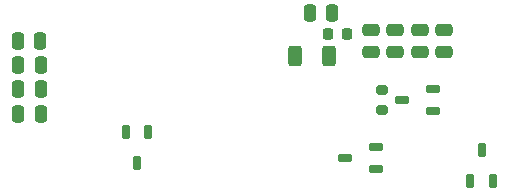
<source format=gbr>
%TF.GenerationSoftware,KiCad,Pcbnew,9.0.3*%
%TF.CreationDate,2025-10-08T16:43:24+01:00*%
%TF.ProjectId,power_bank,706f7765-725f-4626-916e-6b2e6b696361,rev?*%
%TF.SameCoordinates,Original*%
%TF.FileFunction,Paste,Bot*%
%TF.FilePolarity,Positive*%
%FSLAX46Y46*%
G04 Gerber Fmt 4.6, Leading zero omitted, Abs format (unit mm)*
G04 Created by KiCad (PCBNEW 9.0.3) date 2025-10-08 16:43:24*
%MOMM*%
%LPD*%
G01*
G04 APERTURE LIST*
G04 Aperture macros list*
%AMRoundRect*
0 Rectangle with rounded corners*
0 $1 Rounding radius*
0 $2 $3 $4 $5 $6 $7 $8 $9 X,Y pos of 4 corners*
0 Add a 4 corners polygon primitive as box body*
4,1,4,$2,$3,$4,$5,$6,$7,$8,$9,$2,$3,0*
0 Add four circle primitives for the rounded corners*
1,1,$1+$1,$2,$3*
1,1,$1+$1,$4,$5*
1,1,$1+$1,$6,$7*
1,1,$1+$1,$8,$9*
0 Add four rect primitives between the rounded corners*
20,1,$1+$1,$2,$3,$4,$5,0*
20,1,$1+$1,$4,$5,$6,$7,0*
20,1,$1+$1,$6,$7,$8,$9,0*
20,1,$1+$1,$8,$9,$2,$3,0*%
G04 Aperture macros list end*
%ADD10RoundRect,0.250000X0.475000X-0.250000X0.475000X0.250000X-0.475000X0.250000X-0.475000X-0.250000X0*%
%ADD11RoundRect,0.250000X-0.250000X-0.475000X0.250000X-0.475000X0.250000X0.475000X-0.250000X0.475000X0*%
%ADD12RoundRect,0.225000X0.225000X0.250000X-0.225000X0.250000X-0.225000X-0.250000X0.225000X-0.250000X0*%
%ADD13RoundRect,0.200000X-0.275000X0.200000X-0.275000X-0.200000X0.275000X-0.200000X0.275000X0.200000X0*%
%ADD14RoundRect,0.162500X-0.162500X0.447500X-0.162500X-0.447500X0.162500X-0.447500X0.162500X0.447500X0*%
%ADD15RoundRect,0.162500X0.447500X0.162500X-0.447500X0.162500X-0.447500X-0.162500X0.447500X-0.162500X0*%
%ADD16RoundRect,0.162500X0.162500X-0.447500X0.162500X0.447500X-0.162500X0.447500X-0.162500X-0.447500X0*%
%ADD17RoundRect,0.250000X-0.475000X0.250000X-0.475000X-0.250000X0.475000X-0.250000X0.475000X0.250000X0*%
%ADD18RoundRect,0.250000X0.250000X0.475000X-0.250000X0.475000X-0.250000X-0.475000X0.250000X-0.475000X0*%
%ADD19RoundRect,0.250000X0.312500X0.625000X-0.312500X0.625000X-0.312500X-0.625000X0.312500X-0.625000X0*%
G04 APERTURE END LIST*
D10*
%TO.C,CBAT1..7*%
X127190000Y-102870000D03*
X127190000Y-100970000D03*
%TD*%
D11*
%TO.C,CBAT1..4*%
X95290000Y-106010000D03*
X97190000Y-106010000D03*
%TD*%
%TO.C,CBAT1..1*%
X95260000Y-101910000D03*
X97160000Y-101910000D03*
%TD*%
D12*
%TO.C,CIN1..5*%
X123090000Y-101290000D03*
X121540000Y-101290000D03*
%TD*%
D13*
%TO.C,RNTC2*%
X126100000Y-106085000D03*
X126100000Y-107735000D03*
%TD*%
D14*
%TO.C,Q3*%
X104380000Y-109610000D03*
X106280000Y-109610000D03*
X105330000Y-112230000D03*
%TD*%
D15*
%TO.C,Q1*%
X130400000Y-105990000D03*
X130400000Y-107890000D03*
X127780000Y-106940000D03*
%TD*%
D11*
%TO.C,CBAT1..5*%
X95290000Y-108100000D03*
X97190000Y-108100000D03*
%TD*%
D15*
%TO.C,Q4*%
X125550000Y-110900000D03*
X125550000Y-112800000D03*
X122930000Y-111850000D03*
%TD*%
D16*
%TO.C,Q2*%
X135460000Y-113790000D03*
X133560000Y-113790000D03*
X134510000Y-111170000D03*
%TD*%
D10*
%TO.C,CBAT1..6*%
X125140000Y-102870000D03*
X125140000Y-100970000D03*
%TD*%
D17*
%TO.C,CBAT1..9*%
X131310000Y-100980000D03*
X131310000Y-102880000D03*
%TD*%
D18*
%TO.C,CIN1..6*%
X121860000Y-99510000D03*
X119960000Y-99510000D03*
%TD*%
D10*
%TO.C,CBAT1..8*%
X129260000Y-102870000D03*
X129260000Y-100970000D03*
%TD*%
D19*
%TO.C,RNTC1*%
X121612500Y-103220000D03*
X118687500Y-103220000D03*
%TD*%
D11*
%TO.C,CBAT1..3*%
X95280000Y-103950000D03*
X97180000Y-103950000D03*
%TD*%
M02*

</source>
